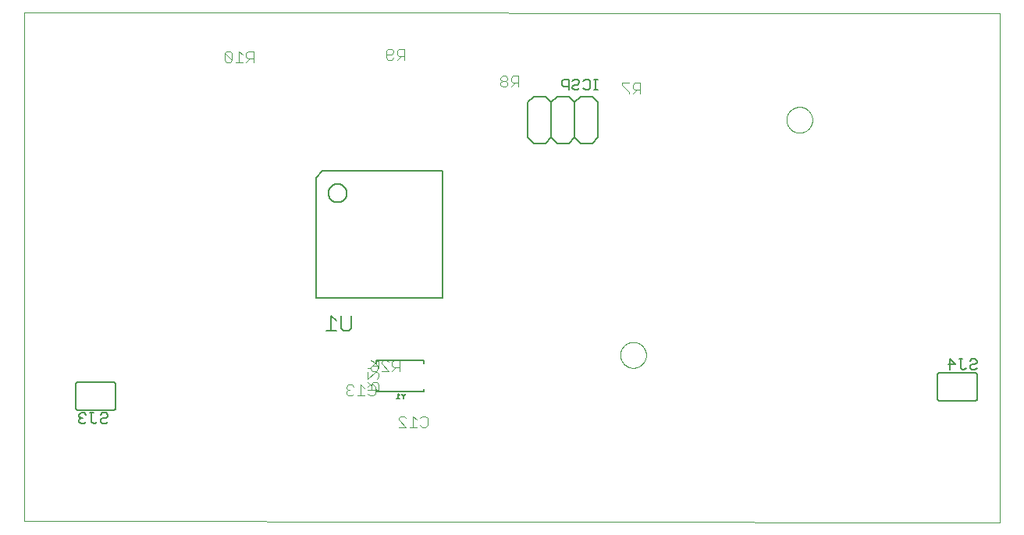
<source format=gbo>
G75*
%MOIN*%
%OFA0B0*%
%FSLAX25Y25*%
%IPPOS*%
%LPD*%
%AMOC8*
5,1,8,0,0,1.08239X$1,22.5*
%
%ADD10C,0.00000*%
%ADD11C,0.00600*%
%ADD12C,0.00500*%
%ADD13C,0.00800*%
%ADD14C,0.00400*%
%ADD15C,0.00700*%
D10*
X0001000Y0001500D02*
X0001000Y0218961D01*
X0417701Y0218461D01*
X0417701Y0001000D01*
X0001000Y0001500D01*
X0255488Y0072500D02*
X0255490Y0072648D01*
X0255496Y0072796D01*
X0255506Y0072944D01*
X0255520Y0073091D01*
X0255538Y0073238D01*
X0255559Y0073384D01*
X0255585Y0073530D01*
X0255615Y0073675D01*
X0255648Y0073819D01*
X0255686Y0073962D01*
X0255727Y0074104D01*
X0255772Y0074245D01*
X0255820Y0074385D01*
X0255873Y0074524D01*
X0255929Y0074661D01*
X0255989Y0074796D01*
X0256052Y0074930D01*
X0256119Y0075062D01*
X0256190Y0075192D01*
X0256264Y0075320D01*
X0256341Y0075446D01*
X0256422Y0075570D01*
X0256506Y0075692D01*
X0256593Y0075811D01*
X0256684Y0075928D01*
X0256778Y0076043D01*
X0256874Y0076155D01*
X0256974Y0076265D01*
X0257076Y0076371D01*
X0257182Y0076475D01*
X0257290Y0076576D01*
X0257401Y0076674D01*
X0257514Y0076770D01*
X0257630Y0076862D01*
X0257748Y0076951D01*
X0257869Y0077036D01*
X0257992Y0077119D01*
X0258117Y0077198D01*
X0258244Y0077274D01*
X0258373Y0077346D01*
X0258504Y0077415D01*
X0258637Y0077480D01*
X0258772Y0077541D01*
X0258908Y0077599D01*
X0259045Y0077654D01*
X0259184Y0077704D01*
X0259325Y0077751D01*
X0259466Y0077794D01*
X0259609Y0077834D01*
X0259753Y0077869D01*
X0259897Y0077901D01*
X0260043Y0077928D01*
X0260189Y0077952D01*
X0260336Y0077972D01*
X0260483Y0077988D01*
X0260630Y0078000D01*
X0260778Y0078008D01*
X0260926Y0078012D01*
X0261074Y0078012D01*
X0261222Y0078008D01*
X0261370Y0078000D01*
X0261517Y0077988D01*
X0261664Y0077972D01*
X0261811Y0077952D01*
X0261957Y0077928D01*
X0262103Y0077901D01*
X0262247Y0077869D01*
X0262391Y0077834D01*
X0262534Y0077794D01*
X0262675Y0077751D01*
X0262816Y0077704D01*
X0262955Y0077654D01*
X0263092Y0077599D01*
X0263228Y0077541D01*
X0263363Y0077480D01*
X0263496Y0077415D01*
X0263627Y0077346D01*
X0263756Y0077274D01*
X0263883Y0077198D01*
X0264008Y0077119D01*
X0264131Y0077036D01*
X0264252Y0076951D01*
X0264370Y0076862D01*
X0264486Y0076770D01*
X0264599Y0076674D01*
X0264710Y0076576D01*
X0264818Y0076475D01*
X0264924Y0076371D01*
X0265026Y0076265D01*
X0265126Y0076155D01*
X0265222Y0076043D01*
X0265316Y0075928D01*
X0265407Y0075811D01*
X0265494Y0075692D01*
X0265578Y0075570D01*
X0265659Y0075446D01*
X0265736Y0075320D01*
X0265810Y0075192D01*
X0265881Y0075062D01*
X0265948Y0074930D01*
X0266011Y0074796D01*
X0266071Y0074661D01*
X0266127Y0074524D01*
X0266180Y0074385D01*
X0266228Y0074245D01*
X0266273Y0074104D01*
X0266314Y0073962D01*
X0266352Y0073819D01*
X0266385Y0073675D01*
X0266415Y0073530D01*
X0266441Y0073384D01*
X0266462Y0073238D01*
X0266480Y0073091D01*
X0266494Y0072944D01*
X0266504Y0072796D01*
X0266510Y0072648D01*
X0266512Y0072500D01*
X0266510Y0072352D01*
X0266504Y0072204D01*
X0266494Y0072056D01*
X0266480Y0071909D01*
X0266462Y0071762D01*
X0266441Y0071616D01*
X0266415Y0071470D01*
X0266385Y0071325D01*
X0266352Y0071181D01*
X0266314Y0071038D01*
X0266273Y0070896D01*
X0266228Y0070755D01*
X0266180Y0070615D01*
X0266127Y0070476D01*
X0266071Y0070339D01*
X0266011Y0070204D01*
X0265948Y0070070D01*
X0265881Y0069938D01*
X0265810Y0069808D01*
X0265736Y0069680D01*
X0265659Y0069554D01*
X0265578Y0069430D01*
X0265494Y0069308D01*
X0265407Y0069189D01*
X0265316Y0069072D01*
X0265222Y0068957D01*
X0265126Y0068845D01*
X0265026Y0068735D01*
X0264924Y0068629D01*
X0264818Y0068525D01*
X0264710Y0068424D01*
X0264599Y0068326D01*
X0264486Y0068230D01*
X0264370Y0068138D01*
X0264252Y0068049D01*
X0264131Y0067964D01*
X0264008Y0067881D01*
X0263883Y0067802D01*
X0263756Y0067726D01*
X0263627Y0067654D01*
X0263496Y0067585D01*
X0263363Y0067520D01*
X0263228Y0067459D01*
X0263092Y0067401D01*
X0262955Y0067346D01*
X0262816Y0067296D01*
X0262675Y0067249D01*
X0262534Y0067206D01*
X0262391Y0067166D01*
X0262247Y0067131D01*
X0262103Y0067099D01*
X0261957Y0067072D01*
X0261811Y0067048D01*
X0261664Y0067028D01*
X0261517Y0067012D01*
X0261370Y0067000D01*
X0261222Y0066992D01*
X0261074Y0066988D01*
X0260926Y0066988D01*
X0260778Y0066992D01*
X0260630Y0067000D01*
X0260483Y0067012D01*
X0260336Y0067028D01*
X0260189Y0067048D01*
X0260043Y0067072D01*
X0259897Y0067099D01*
X0259753Y0067131D01*
X0259609Y0067166D01*
X0259466Y0067206D01*
X0259325Y0067249D01*
X0259184Y0067296D01*
X0259045Y0067346D01*
X0258908Y0067401D01*
X0258772Y0067459D01*
X0258637Y0067520D01*
X0258504Y0067585D01*
X0258373Y0067654D01*
X0258244Y0067726D01*
X0258117Y0067802D01*
X0257992Y0067881D01*
X0257869Y0067964D01*
X0257748Y0068049D01*
X0257630Y0068138D01*
X0257514Y0068230D01*
X0257401Y0068326D01*
X0257290Y0068424D01*
X0257182Y0068525D01*
X0257076Y0068629D01*
X0256974Y0068735D01*
X0256874Y0068845D01*
X0256778Y0068957D01*
X0256684Y0069072D01*
X0256593Y0069189D01*
X0256506Y0069308D01*
X0256422Y0069430D01*
X0256341Y0069554D01*
X0256264Y0069680D01*
X0256190Y0069808D01*
X0256119Y0069938D01*
X0256052Y0070070D01*
X0255989Y0070204D01*
X0255929Y0070339D01*
X0255873Y0070476D01*
X0255820Y0070615D01*
X0255772Y0070755D01*
X0255727Y0070896D01*
X0255686Y0071038D01*
X0255648Y0071181D01*
X0255615Y0071325D01*
X0255585Y0071470D01*
X0255559Y0071616D01*
X0255538Y0071762D01*
X0255520Y0071909D01*
X0255506Y0072056D01*
X0255496Y0072204D01*
X0255490Y0072352D01*
X0255488Y0072500D01*
X0326488Y0173000D02*
X0326490Y0173148D01*
X0326496Y0173296D01*
X0326506Y0173444D01*
X0326520Y0173591D01*
X0326538Y0173738D01*
X0326559Y0173884D01*
X0326585Y0174030D01*
X0326615Y0174175D01*
X0326648Y0174319D01*
X0326686Y0174462D01*
X0326727Y0174604D01*
X0326772Y0174745D01*
X0326820Y0174885D01*
X0326873Y0175024D01*
X0326929Y0175161D01*
X0326989Y0175296D01*
X0327052Y0175430D01*
X0327119Y0175562D01*
X0327190Y0175692D01*
X0327264Y0175820D01*
X0327341Y0175946D01*
X0327422Y0176070D01*
X0327506Y0176192D01*
X0327593Y0176311D01*
X0327684Y0176428D01*
X0327778Y0176543D01*
X0327874Y0176655D01*
X0327974Y0176765D01*
X0328076Y0176871D01*
X0328182Y0176975D01*
X0328290Y0177076D01*
X0328401Y0177174D01*
X0328514Y0177270D01*
X0328630Y0177362D01*
X0328748Y0177451D01*
X0328869Y0177536D01*
X0328992Y0177619D01*
X0329117Y0177698D01*
X0329244Y0177774D01*
X0329373Y0177846D01*
X0329504Y0177915D01*
X0329637Y0177980D01*
X0329772Y0178041D01*
X0329908Y0178099D01*
X0330045Y0178154D01*
X0330184Y0178204D01*
X0330325Y0178251D01*
X0330466Y0178294D01*
X0330609Y0178334D01*
X0330753Y0178369D01*
X0330897Y0178401D01*
X0331043Y0178428D01*
X0331189Y0178452D01*
X0331336Y0178472D01*
X0331483Y0178488D01*
X0331630Y0178500D01*
X0331778Y0178508D01*
X0331926Y0178512D01*
X0332074Y0178512D01*
X0332222Y0178508D01*
X0332370Y0178500D01*
X0332517Y0178488D01*
X0332664Y0178472D01*
X0332811Y0178452D01*
X0332957Y0178428D01*
X0333103Y0178401D01*
X0333247Y0178369D01*
X0333391Y0178334D01*
X0333534Y0178294D01*
X0333675Y0178251D01*
X0333816Y0178204D01*
X0333955Y0178154D01*
X0334092Y0178099D01*
X0334228Y0178041D01*
X0334363Y0177980D01*
X0334496Y0177915D01*
X0334627Y0177846D01*
X0334756Y0177774D01*
X0334883Y0177698D01*
X0335008Y0177619D01*
X0335131Y0177536D01*
X0335252Y0177451D01*
X0335370Y0177362D01*
X0335486Y0177270D01*
X0335599Y0177174D01*
X0335710Y0177076D01*
X0335818Y0176975D01*
X0335924Y0176871D01*
X0336026Y0176765D01*
X0336126Y0176655D01*
X0336222Y0176543D01*
X0336316Y0176428D01*
X0336407Y0176311D01*
X0336494Y0176192D01*
X0336578Y0176070D01*
X0336659Y0175946D01*
X0336736Y0175820D01*
X0336810Y0175692D01*
X0336881Y0175562D01*
X0336948Y0175430D01*
X0337011Y0175296D01*
X0337071Y0175161D01*
X0337127Y0175024D01*
X0337180Y0174885D01*
X0337228Y0174745D01*
X0337273Y0174604D01*
X0337314Y0174462D01*
X0337352Y0174319D01*
X0337385Y0174175D01*
X0337415Y0174030D01*
X0337441Y0173884D01*
X0337462Y0173738D01*
X0337480Y0173591D01*
X0337494Y0173444D01*
X0337504Y0173296D01*
X0337510Y0173148D01*
X0337512Y0173000D01*
X0337510Y0172852D01*
X0337504Y0172704D01*
X0337494Y0172556D01*
X0337480Y0172409D01*
X0337462Y0172262D01*
X0337441Y0172116D01*
X0337415Y0171970D01*
X0337385Y0171825D01*
X0337352Y0171681D01*
X0337314Y0171538D01*
X0337273Y0171396D01*
X0337228Y0171255D01*
X0337180Y0171115D01*
X0337127Y0170976D01*
X0337071Y0170839D01*
X0337011Y0170704D01*
X0336948Y0170570D01*
X0336881Y0170438D01*
X0336810Y0170308D01*
X0336736Y0170180D01*
X0336659Y0170054D01*
X0336578Y0169930D01*
X0336494Y0169808D01*
X0336407Y0169689D01*
X0336316Y0169572D01*
X0336222Y0169457D01*
X0336126Y0169345D01*
X0336026Y0169235D01*
X0335924Y0169129D01*
X0335818Y0169025D01*
X0335710Y0168924D01*
X0335599Y0168826D01*
X0335486Y0168730D01*
X0335370Y0168638D01*
X0335252Y0168549D01*
X0335131Y0168464D01*
X0335008Y0168381D01*
X0334883Y0168302D01*
X0334756Y0168226D01*
X0334627Y0168154D01*
X0334496Y0168085D01*
X0334363Y0168020D01*
X0334228Y0167959D01*
X0334092Y0167901D01*
X0333955Y0167846D01*
X0333816Y0167796D01*
X0333675Y0167749D01*
X0333534Y0167706D01*
X0333391Y0167666D01*
X0333247Y0167631D01*
X0333103Y0167599D01*
X0332957Y0167572D01*
X0332811Y0167548D01*
X0332664Y0167528D01*
X0332517Y0167512D01*
X0332370Y0167500D01*
X0332222Y0167492D01*
X0332074Y0167488D01*
X0331926Y0167488D01*
X0331778Y0167492D01*
X0331630Y0167500D01*
X0331483Y0167512D01*
X0331336Y0167528D01*
X0331189Y0167548D01*
X0331043Y0167572D01*
X0330897Y0167599D01*
X0330753Y0167631D01*
X0330609Y0167666D01*
X0330466Y0167706D01*
X0330325Y0167749D01*
X0330184Y0167796D01*
X0330045Y0167846D01*
X0329908Y0167901D01*
X0329772Y0167959D01*
X0329637Y0168020D01*
X0329504Y0168085D01*
X0329373Y0168154D01*
X0329244Y0168226D01*
X0329117Y0168302D01*
X0328992Y0168381D01*
X0328869Y0168464D01*
X0328748Y0168549D01*
X0328630Y0168638D01*
X0328514Y0168730D01*
X0328401Y0168826D01*
X0328290Y0168924D01*
X0328182Y0169025D01*
X0328076Y0169129D01*
X0327974Y0169235D01*
X0327874Y0169345D01*
X0327778Y0169457D01*
X0327684Y0169572D01*
X0327593Y0169689D01*
X0327506Y0169808D01*
X0327422Y0169930D01*
X0327341Y0170054D01*
X0327264Y0170180D01*
X0327190Y0170308D01*
X0327119Y0170438D01*
X0327052Y0170570D01*
X0326989Y0170704D01*
X0326929Y0170839D01*
X0326873Y0170976D01*
X0326820Y0171115D01*
X0326772Y0171255D01*
X0326727Y0171396D01*
X0326686Y0171538D01*
X0326648Y0171681D01*
X0326615Y0171825D01*
X0326585Y0171970D01*
X0326559Y0172116D01*
X0326538Y0172262D01*
X0326520Y0172409D01*
X0326506Y0172556D01*
X0326496Y0172704D01*
X0326490Y0172852D01*
X0326488Y0173000D01*
D11*
X0246000Y0165500D02*
X0243500Y0163000D01*
X0238500Y0163000D01*
X0236000Y0165500D01*
X0236000Y0180500D01*
X0233500Y0183000D01*
X0228500Y0183000D01*
X0226000Y0180500D01*
X0223500Y0183000D01*
X0218500Y0183000D01*
X0216000Y0180500D01*
X0216000Y0165500D01*
X0218500Y0163000D01*
X0223500Y0163000D01*
X0226000Y0165500D01*
X0226000Y0180500D01*
X0236000Y0180500D02*
X0238500Y0183000D01*
X0243500Y0183000D01*
X0246000Y0180500D01*
X0246000Y0165500D01*
X0236000Y0165500D02*
X0233500Y0163000D01*
X0228500Y0163000D01*
X0226000Y0165500D01*
X0179559Y0151059D02*
X0128394Y0151059D01*
X0125441Y0148106D01*
X0125441Y0096941D01*
X0179559Y0096941D01*
X0179559Y0151059D01*
X0130846Y0141717D02*
X0130848Y0141842D01*
X0130854Y0141967D01*
X0130864Y0142091D01*
X0130878Y0142215D01*
X0130895Y0142339D01*
X0130917Y0142462D01*
X0130943Y0142584D01*
X0130972Y0142706D01*
X0131005Y0142826D01*
X0131043Y0142945D01*
X0131083Y0143064D01*
X0131128Y0143180D01*
X0131176Y0143295D01*
X0131228Y0143409D01*
X0131284Y0143521D01*
X0131343Y0143631D01*
X0131405Y0143739D01*
X0131471Y0143846D01*
X0131540Y0143950D01*
X0131613Y0144051D01*
X0131688Y0144151D01*
X0131767Y0144248D01*
X0131849Y0144342D01*
X0131934Y0144434D01*
X0132021Y0144523D01*
X0132112Y0144609D01*
X0132205Y0144692D01*
X0132301Y0144773D01*
X0132399Y0144850D01*
X0132499Y0144924D01*
X0132602Y0144995D01*
X0132707Y0145062D01*
X0132815Y0145127D01*
X0132924Y0145187D01*
X0133035Y0145245D01*
X0133148Y0145298D01*
X0133262Y0145348D01*
X0133378Y0145395D01*
X0133495Y0145437D01*
X0133614Y0145476D01*
X0133734Y0145512D01*
X0133855Y0145543D01*
X0133977Y0145571D01*
X0134099Y0145594D01*
X0134223Y0145614D01*
X0134347Y0145630D01*
X0134471Y0145642D01*
X0134596Y0145650D01*
X0134721Y0145654D01*
X0134845Y0145654D01*
X0134970Y0145650D01*
X0135095Y0145642D01*
X0135219Y0145630D01*
X0135343Y0145614D01*
X0135467Y0145594D01*
X0135589Y0145571D01*
X0135711Y0145543D01*
X0135832Y0145512D01*
X0135952Y0145476D01*
X0136071Y0145437D01*
X0136188Y0145395D01*
X0136304Y0145348D01*
X0136418Y0145298D01*
X0136531Y0145245D01*
X0136642Y0145187D01*
X0136752Y0145127D01*
X0136859Y0145062D01*
X0136964Y0144995D01*
X0137067Y0144924D01*
X0137167Y0144850D01*
X0137265Y0144773D01*
X0137361Y0144692D01*
X0137454Y0144609D01*
X0137545Y0144523D01*
X0137632Y0144434D01*
X0137717Y0144342D01*
X0137799Y0144248D01*
X0137878Y0144151D01*
X0137953Y0144051D01*
X0138026Y0143950D01*
X0138095Y0143846D01*
X0138161Y0143739D01*
X0138223Y0143631D01*
X0138282Y0143521D01*
X0138338Y0143409D01*
X0138390Y0143295D01*
X0138438Y0143180D01*
X0138483Y0143064D01*
X0138523Y0142945D01*
X0138561Y0142826D01*
X0138594Y0142706D01*
X0138623Y0142584D01*
X0138649Y0142462D01*
X0138671Y0142339D01*
X0138688Y0142215D01*
X0138702Y0142091D01*
X0138712Y0141967D01*
X0138718Y0141842D01*
X0138720Y0141717D01*
X0138718Y0141592D01*
X0138712Y0141467D01*
X0138702Y0141343D01*
X0138688Y0141219D01*
X0138671Y0141095D01*
X0138649Y0140972D01*
X0138623Y0140850D01*
X0138594Y0140728D01*
X0138561Y0140608D01*
X0138523Y0140489D01*
X0138483Y0140370D01*
X0138438Y0140254D01*
X0138390Y0140139D01*
X0138338Y0140025D01*
X0138282Y0139913D01*
X0138223Y0139803D01*
X0138161Y0139695D01*
X0138095Y0139588D01*
X0138026Y0139484D01*
X0137953Y0139383D01*
X0137878Y0139283D01*
X0137799Y0139186D01*
X0137717Y0139092D01*
X0137632Y0139000D01*
X0137545Y0138911D01*
X0137454Y0138825D01*
X0137361Y0138742D01*
X0137265Y0138661D01*
X0137167Y0138584D01*
X0137067Y0138510D01*
X0136964Y0138439D01*
X0136859Y0138372D01*
X0136751Y0138307D01*
X0136642Y0138247D01*
X0136531Y0138189D01*
X0136418Y0138136D01*
X0136304Y0138086D01*
X0136188Y0138039D01*
X0136071Y0137997D01*
X0135952Y0137958D01*
X0135832Y0137922D01*
X0135711Y0137891D01*
X0135589Y0137863D01*
X0135467Y0137840D01*
X0135343Y0137820D01*
X0135219Y0137804D01*
X0135095Y0137792D01*
X0134970Y0137784D01*
X0134845Y0137780D01*
X0134721Y0137780D01*
X0134596Y0137784D01*
X0134471Y0137792D01*
X0134347Y0137804D01*
X0134223Y0137820D01*
X0134099Y0137840D01*
X0133977Y0137863D01*
X0133855Y0137891D01*
X0133734Y0137922D01*
X0133614Y0137958D01*
X0133495Y0137997D01*
X0133378Y0138039D01*
X0133262Y0138086D01*
X0133148Y0138136D01*
X0133035Y0138189D01*
X0132924Y0138247D01*
X0132814Y0138307D01*
X0132707Y0138372D01*
X0132602Y0138439D01*
X0132499Y0138510D01*
X0132399Y0138584D01*
X0132301Y0138661D01*
X0132205Y0138742D01*
X0132112Y0138825D01*
X0132021Y0138911D01*
X0131934Y0139000D01*
X0131849Y0139092D01*
X0131767Y0139186D01*
X0131688Y0139283D01*
X0131613Y0139383D01*
X0131540Y0139484D01*
X0131471Y0139588D01*
X0131405Y0139695D01*
X0131343Y0139803D01*
X0131284Y0139913D01*
X0131228Y0140025D01*
X0131176Y0140139D01*
X0131128Y0140254D01*
X0131083Y0140370D01*
X0131043Y0140489D01*
X0131005Y0140608D01*
X0130972Y0140728D01*
X0130943Y0140850D01*
X0130917Y0140972D01*
X0130895Y0141095D01*
X0130878Y0141219D01*
X0130864Y0141343D01*
X0130854Y0141467D01*
X0130848Y0141592D01*
X0130846Y0141717D01*
X0040000Y0060000D02*
X0040000Y0050000D01*
X0039998Y0049940D01*
X0039993Y0049879D01*
X0039984Y0049820D01*
X0039971Y0049761D01*
X0039955Y0049702D01*
X0039935Y0049645D01*
X0039912Y0049590D01*
X0039885Y0049535D01*
X0039856Y0049483D01*
X0039823Y0049432D01*
X0039787Y0049383D01*
X0039749Y0049337D01*
X0039707Y0049293D01*
X0039663Y0049251D01*
X0039617Y0049213D01*
X0039568Y0049177D01*
X0039517Y0049144D01*
X0039465Y0049115D01*
X0039410Y0049088D01*
X0039355Y0049065D01*
X0039298Y0049045D01*
X0039239Y0049029D01*
X0039180Y0049016D01*
X0039121Y0049007D01*
X0039060Y0049002D01*
X0039000Y0049000D01*
X0024000Y0049000D01*
X0023940Y0049002D01*
X0023879Y0049007D01*
X0023820Y0049016D01*
X0023761Y0049029D01*
X0023702Y0049045D01*
X0023645Y0049065D01*
X0023590Y0049088D01*
X0023535Y0049115D01*
X0023483Y0049144D01*
X0023432Y0049177D01*
X0023383Y0049213D01*
X0023337Y0049251D01*
X0023293Y0049293D01*
X0023251Y0049337D01*
X0023213Y0049383D01*
X0023177Y0049432D01*
X0023144Y0049483D01*
X0023115Y0049535D01*
X0023088Y0049590D01*
X0023065Y0049645D01*
X0023045Y0049702D01*
X0023029Y0049761D01*
X0023016Y0049820D01*
X0023007Y0049879D01*
X0023002Y0049940D01*
X0023000Y0050000D01*
X0023000Y0060000D01*
X0023002Y0060060D01*
X0023007Y0060121D01*
X0023016Y0060180D01*
X0023029Y0060239D01*
X0023045Y0060298D01*
X0023065Y0060355D01*
X0023088Y0060410D01*
X0023115Y0060465D01*
X0023144Y0060517D01*
X0023177Y0060568D01*
X0023213Y0060617D01*
X0023251Y0060663D01*
X0023293Y0060707D01*
X0023337Y0060749D01*
X0023383Y0060787D01*
X0023432Y0060823D01*
X0023483Y0060856D01*
X0023535Y0060885D01*
X0023590Y0060912D01*
X0023645Y0060935D01*
X0023702Y0060955D01*
X0023761Y0060971D01*
X0023820Y0060984D01*
X0023879Y0060993D01*
X0023940Y0060998D01*
X0024000Y0061000D01*
X0039000Y0061000D01*
X0039060Y0060998D01*
X0039121Y0060993D01*
X0039180Y0060984D01*
X0039239Y0060971D01*
X0039298Y0060955D01*
X0039355Y0060935D01*
X0039410Y0060912D01*
X0039465Y0060885D01*
X0039517Y0060856D01*
X0039568Y0060823D01*
X0039617Y0060787D01*
X0039663Y0060749D01*
X0039707Y0060707D01*
X0039749Y0060663D01*
X0039787Y0060617D01*
X0039823Y0060568D01*
X0039856Y0060517D01*
X0039885Y0060465D01*
X0039912Y0060410D01*
X0039935Y0060355D01*
X0039955Y0060298D01*
X0039971Y0060239D01*
X0039984Y0060180D01*
X0039993Y0060121D01*
X0039998Y0060060D01*
X0040000Y0060000D01*
X0391000Y0064000D02*
X0391000Y0054000D01*
X0391002Y0053940D01*
X0391007Y0053879D01*
X0391016Y0053820D01*
X0391029Y0053761D01*
X0391045Y0053702D01*
X0391065Y0053645D01*
X0391088Y0053590D01*
X0391115Y0053535D01*
X0391144Y0053483D01*
X0391177Y0053432D01*
X0391213Y0053383D01*
X0391251Y0053337D01*
X0391293Y0053293D01*
X0391337Y0053251D01*
X0391383Y0053213D01*
X0391432Y0053177D01*
X0391483Y0053144D01*
X0391535Y0053115D01*
X0391590Y0053088D01*
X0391645Y0053065D01*
X0391702Y0053045D01*
X0391761Y0053029D01*
X0391820Y0053016D01*
X0391879Y0053007D01*
X0391940Y0053002D01*
X0392000Y0053000D01*
X0407000Y0053000D01*
X0407060Y0053002D01*
X0407121Y0053007D01*
X0407180Y0053016D01*
X0407239Y0053029D01*
X0407298Y0053045D01*
X0407355Y0053065D01*
X0407410Y0053088D01*
X0407465Y0053115D01*
X0407517Y0053144D01*
X0407568Y0053177D01*
X0407617Y0053213D01*
X0407663Y0053251D01*
X0407707Y0053293D01*
X0407749Y0053337D01*
X0407787Y0053383D01*
X0407823Y0053432D01*
X0407856Y0053483D01*
X0407885Y0053535D01*
X0407912Y0053590D01*
X0407935Y0053645D01*
X0407955Y0053702D01*
X0407971Y0053761D01*
X0407984Y0053820D01*
X0407993Y0053879D01*
X0407998Y0053940D01*
X0408000Y0054000D01*
X0408000Y0064000D01*
X0407998Y0064060D01*
X0407993Y0064121D01*
X0407984Y0064180D01*
X0407971Y0064239D01*
X0407955Y0064298D01*
X0407935Y0064355D01*
X0407912Y0064410D01*
X0407885Y0064465D01*
X0407856Y0064517D01*
X0407823Y0064568D01*
X0407787Y0064617D01*
X0407749Y0064663D01*
X0407707Y0064707D01*
X0407663Y0064749D01*
X0407617Y0064787D01*
X0407568Y0064823D01*
X0407517Y0064856D01*
X0407465Y0064885D01*
X0407410Y0064912D01*
X0407355Y0064935D01*
X0407298Y0064955D01*
X0407239Y0064971D01*
X0407180Y0064984D01*
X0407121Y0064993D01*
X0407060Y0064998D01*
X0407000Y0065000D01*
X0392000Y0065000D01*
X0391940Y0064998D01*
X0391879Y0064993D01*
X0391820Y0064984D01*
X0391761Y0064971D01*
X0391702Y0064955D01*
X0391645Y0064935D01*
X0391590Y0064912D01*
X0391535Y0064885D01*
X0391483Y0064856D01*
X0391432Y0064823D01*
X0391383Y0064787D01*
X0391337Y0064749D01*
X0391293Y0064707D01*
X0391251Y0064663D01*
X0391213Y0064617D01*
X0391177Y0064568D01*
X0391144Y0064517D01*
X0391115Y0064465D01*
X0391088Y0064410D01*
X0391065Y0064355D01*
X0391045Y0064298D01*
X0391029Y0064239D01*
X0391016Y0064180D01*
X0391007Y0064121D01*
X0391002Y0064060D01*
X0391000Y0064000D01*
D12*
X0396290Y0066250D02*
X0396290Y0070754D01*
X0398542Y0068502D01*
X0395540Y0068502D01*
X0400144Y0070754D02*
X0401645Y0070754D01*
X0400894Y0070754D02*
X0400894Y0067001D01*
X0401645Y0066250D01*
X0402395Y0066250D01*
X0403146Y0067001D01*
X0404747Y0067001D02*
X0405498Y0066250D01*
X0406999Y0066250D01*
X0407750Y0067001D01*
X0406999Y0068502D02*
X0405498Y0068502D01*
X0404747Y0067751D01*
X0404747Y0067001D01*
X0406999Y0068502D02*
X0407750Y0069253D01*
X0407750Y0070003D01*
X0406999Y0070754D01*
X0405498Y0070754D01*
X0404747Y0070003D01*
X0245750Y0185750D02*
X0244249Y0185750D01*
X0244999Y0185750D02*
X0244999Y0190254D01*
X0244249Y0190254D02*
X0245750Y0190254D01*
X0242681Y0189503D02*
X0242681Y0186501D01*
X0241930Y0185750D01*
X0240429Y0185750D01*
X0239678Y0186501D01*
X0238077Y0186501D02*
X0237326Y0185750D01*
X0235825Y0185750D01*
X0235074Y0186501D01*
X0235074Y0187251D01*
X0235825Y0188002D01*
X0237326Y0188002D01*
X0238077Y0188753D01*
X0238077Y0189503D01*
X0237326Y0190254D01*
X0235825Y0190254D01*
X0235074Y0189503D01*
X0233473Y0190254D02*
X0231221Y0190254D01*
X0230470Y0189503D01*
X0230470Y0188002D01*
X0231221Y0187251D01*
X0233473Y0187251D01*
X0233473Y0185750D02*
X0233473Y0190254D01*
X0239678Y0189503D02*
X0240429Y0190254D01*
X0241930Y0190254D01*
X0242681Y0189503D01*
X0163460Y0055858D02*
X0163460Y0055541D01*
X0162826Y0054907D01*
X0162826Y0053956D01*
X0162826Y0054907D02*
X0162192Y0055541D01*
X0162192Y0055858D01*
X0161250Y0055224D02*
X0160616Y0055858D01*
X0160616Y0053956D01*
X0161250Y0053956D02*
X0159982Y0053956D01*
X0036562Y0047003D02*
X0036562Y0046253D01*
X0035811Y0045502D01*
X0034310Y0045502D01*
X0033559Y0044751D01*
X0033559Y0044001D01*
X0034310Y0043250D01*
X0035811Y0043250D01*
X0036562Y0044001D01*
X0036562Y0047003D02*
X0035811Y0047754D01*
X0034310Y0047754D01*
X0033559Y0047003D01*
X0030457Y0047754D02*
X0028955Y0047754D01*
X0029706Y0047754D02*
X0029706Y0044001D01*
X0030457Y0043250D01*
X0031207Y0043250D01*
X0031958Y0044001D01*
X0027354Y0044001D02*
X0026603Y0043250D01*
X0025102Y0043250D01*
X0024351Y0044001D01*
X0024351Y0044751D01*
X0025102Y0045502D01*
X0025853Y0045502D01*
X0025102Y0045502D02*
X0024351Y0046253D01*
X0024351Y0047003D01*
X0025102Y0047754D01*
X0026603Y0047754D01*
X0027354Y0047003D01*
D13*
X0151264Y0056807D02*
X0151264Y0057988D01*
X0151264Y0056807D02*
X0171736Y0056807D01*
X0171736Y0057988D01*
X0171736Y0069012D02*
X0171736Y0070193D01*
X0151264Y0070193D01*
X0151264Y0069012D01*
D14*
X0151537Y0069977D02*
X0148467Y0066908D01*
X0147700Y0066908D01*
X0148835Y0067235D02*
X0149602Y0068002D01*
X0151904Y0068002D01*
X0151904Y0066467D01*
X0151137Y0065700D01*
X0149602Y0065700D01*
X0148835Y0066467D01*
X0148835Y0067235D01*
X0147700Y0065373D02*
X0147700Y0062304D01*
X0150769Y0065373D01*
X0151537Y0065373D01*
X0152304Y0064606D01*
X0152304Y0063071D01*
X0151537Y0062304D01*
X0151537Y0060769D02*
X0150002Y0060769D01*
X0149235Y0060002D01*
X0149235Y0057700D01*
X0149235Y0059235D02*
X0147700Y0060769D01*
X0148498Y0059804D02*
X0150033Y0059804D01*
X0150800Y0059037D01*
X0150800Y0055967D01*
X0150033Y0055200D01*
X0148498Y0055200D01*
X0147731Y0055967D01*
X0146196Y0055200D02*
X0143127Y0055200D01*
X0144661Y0055200D02*
X0144661Y0059804D01*
X0146196Y0058269D01*
X0147700Y0057700D02*
X0152304Y0057700D01*
X0152304Y0060002D01*
X0151537Y0060769D01*
X0148498Y0059804D02*
X0147731Y0059037D01*
X0141592Y0059037D02*
X0140825Y0059804D01*
X0139290Y0059804D01*
X0138523Y0059037D01*
X0138523Y0058269D01*
X0139290Y0057502D01*
X0138523Y0056735D01*
X0138523Y0055967D01*
X0139290Y0055200D01*
X0140825Y0055200D01*
X0141592Y0055967D01*
X0140058Y0057502D02*
X0139290Y0057502D01*
X0153439Y0065700D02*
X0156508Y0065700D01*
X0153439Y0068769D01*
X0153439Y0069537D01*
X0154206Y0070304D01*
X0155741Y0070304D01*
X0156508Y0069537D01*
X0158043Y0069537D02*
X0158043Y0068002D01*
X0158810Y0067235D01*
X0161112Y0067235D01*
X0159577Y0067235D02*
X0158043Y0065700D01*
X0161112Y0065700D02*
X0161112Y0070304D01*
X0158810Y0070304D01*
X0158043Y0069537D01*
X0152304Y0069977D02*
X0152304Y0066908D01*
X0151904Y0068002D02*
X0150369Y0069537D01*
X0148835Y0070304D01*
X0151537Y0069977D02*
X0152304Y0069977D01*
X0161602Y0046304D02*
X0163137Y0046304D01*
X0163904Y0045537D01*
X0161602Y0046304D02*
X0160835Y0045537D01*
X0160835Y0044769D01*
X0163904Y0041700D01*
X0160835Y0041700D01*
X0165439Y0041700D02*
X0168508Y0041700D01*
X0166973Y0041700D02*
X0166973Y0046304D01*
X0168508Y0044769D01*
X0170043Y0045537D02*
X0170810Y0046304D01*
X0172344Y0046304D01*
X0173112Y0045537D01*
X0173112Y0042467D01*
X0172344Y0041700D01*
X0170810Y0041700D01*
X0170043Y0042467D01*
X0259404Y0184200D02*
X0259404Y0184967D01*
X0256335Y0188037D01*
X0256335Y0188804D01*
X0259404Y0188804D01*
X0260939Y0188037D02*
X0260939Y0186502D01*
X0261706Y0185735D01*
X0264008Y0185735D01*
X0262473Y0185735D02*
X0260939Y0184200D01*
X0264008Y0184200D02*
X0264008Y0188804D01*
X0261706Y0188804D01*
X0260939Y0188037D01*
X0212008Y0188735D02*
X0209706Y0188735D01*
X0208939Y0189502D01*
X0208939Y0191037D01*
X0209706Y0191804D01*
X0212008Y0191804D01*
X0212008Y0187200D01*
X0210473Y0188735D02*
X0208939Y0187200D01*
X0207404Y0187967D02*
X0207404Y0188735D01*
X0206637Y0189502D01*
X0205102Y0189502D01*
X0204335Y0188735D01*
X0204335Y0187967D01*
X0205102Y0187200D01*
X0206637Y0187200D01*
X0207404Y0187967D01*
X0206637Y0189502D02*
X0207404Y0190269D01*
X0207404Y0191037D01*
X0206637Y0191804D01*
X0205102Y0191804D01*
X0204335Y0191037D01*
X0204335Y0190269D01*
X0205102Y0189502D01*
X0163300Y0198700D02*
X0163300Y0203304D01*
X0160998Y0203304D01*
X0160231Y0202537D01*
X0160231Y0201002D01*
X0160998Y0200235D01*
X0163300Y0200235D01*
X0161765Y0200235D02*
X0160231Y0198700D01*
X0158696Y0199467D02*
X0157929Y0198700D01*
X0156394Y0198700D01*
X0155627Y0199467D01*
X0155627Y0202537D01*
X0156394Y0203304D01*
X0157929Y0203304D01*
X0158696Y0202537D01*
X0158696Y0201769D01*
X0157929Y0201002D01*
X0155627Y0201002D01*
X0098800Y0202304D02*
X0098800Y0197700D01*
X0098800Y0199235D02*
X0096498Y0199235D01*
X0095731Y0200002D01*
X0095731Y0201537D01*
X0096498Y0202304D01*
X0098800Y0202304D01*
X0097265Y0199235D02*
X0095731Y0197700D01*
X0094196Y0197700D02*
X0091127Y0197700D01*
X0092661Y0197700D02*
X0092661Y0202304D01*
X0094196Y0200769D01*
X0089592Y0201537D02*
X0089592Y0198467D01*
X0086523Y0201537D01*
X0086523Y0198467D01*
X0087290Y0197700D01*
X0088825Y0197700D01*
X0089592Y0198467D01*
X0089592Y0201537D02*
X0088825Y0202304D01*
X0087290Y0202304D01*
X0086523Y0201537D01*
D15*
X0131994Y0089155D02*
X0131994Y0082850D01*
X0134096Y0082850D02*
X0129892Y0082850D01*
X0136337Y0083901D02*
X0136337Y0089155D01*
X0134096Y0087054D02*
X0131994Y0089155D01*
X0136337Y0083901D02*
X0137388Y0082850D01*
X0139490Y0082850D01*
X0140541Y0083901D01*
X0140541Y0089155D01*
M02*

</source>
